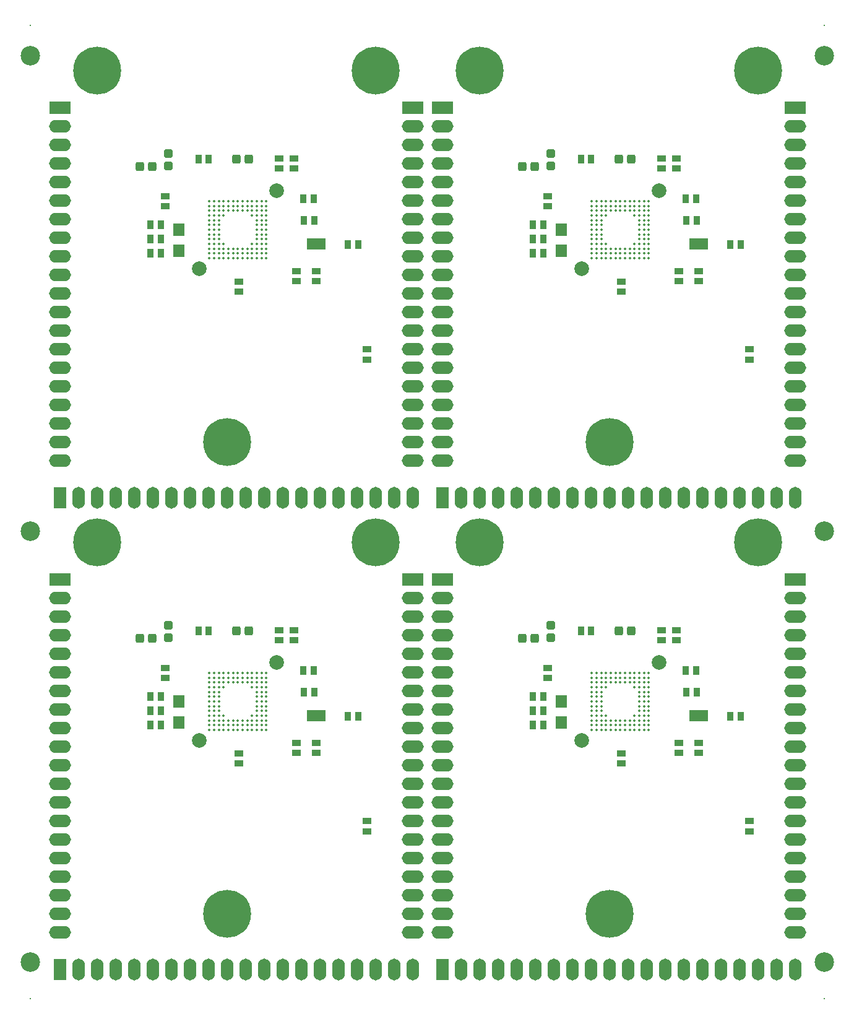
<source format=gts>
G04*
G04 #@! TF.GenerationSoftware,Altium Limited,Altium Designer,19.1.5 (86)*
G04*
G04 Layer_Color=8388736*
%FSLAX25Y25*%
%MOIN*%
G70*
G01*
G75*
%ADD40R,0.10236X0.06299*%
%ADD41R,0.06299X0.07087*%
%ADD42C,0.10512*%
%ADD43R,0.04540X0.03753*%
%ADD44R,0.03753X0.04540*%
%ADD45R,0.03300X0.05800*%
%ADD46R,0.05800X0.03300*%
G04:AMPARAMS|DCode=47|XSize=47.37mil|YSize=43.43mil|CornerRadius=8.43mil|HoleSize=0mil|Usage=FLASHONLY|Rotation=0.000|XOffset=0mil|YOffset=0mil|HoleType=Round|Shape=RoundedRectangle|*
%AMROUNDEDRECTD47*
21,1,0.04737,0.02657,0,0,0.0*
21,1,0.03051,0.04343,0,0,0.0*
1,1,0.01686,0.01526,-0.01329*
1,1,0.01686,-0.01526,-0.01329*
1,1,0.01686,-0.01526,0.01329*
1,1,0.01686,0.01526,0.01329*
%
%ADD47ROUNDEDRECTD47*%
%ADD48C,0.07874*%
%ADD49C,0.01378*%
G04:AMPARAMS|DCode=50|XSize=47.37mil|YSize=43.43mil|CornerRadius=8.43mil|HoleSize=0mil|Usage=FLASHONLY|Rotation=90.000|XOffset=0mil|YOffset=0mil|HoleType=Round|Shape=RoundedRectangle|*
%AMROUNDEDRECTD50*
21,1,0.04737,0.02657,0,0,90.0*
21,1,0.03051,0.04343,0,0,90.0*
1,1,0.01686,0.01329,0.01526*
1,1,0.01686,0.01329,-0.01526*
1,1,0.01686,-0.01329,-0.01526*
1,1,0.01686,-0.01329,0.01526*
%
%ADD50ROUNDEDRECTD50*%
%ADD51C,0.00800*%
%ADD52C,0.25800*%
%ADD53R,0.11800X0.06800*%
%ADD54O,0.11800X0.06800*%
%ADD55R,0.06800X0.11800*%
%ADD56O,0.06800X0.11800*%
D40*
X146347Y144623D02*
D03*
X352347D02*
D03*
X146347Y398623D02*
D03*
X352347D02*
D03*
D41*
X72200Y152300D02*
D03*
Y140800D02*
D03*
X278200Y152300D02*
D03*
Y140800D02*
D03*
X72200Y406300D02*
D03*
Y394800D02*
D03*
X278200Y406300D02*
D03*
Y394800D02*
D03*
D42*
X-7874Y500000D02*
D03*
X419874D02*
D03*
X-7874Y244094D02*
D03*
X419874D02*
D03*
Y11811D02*
D03*
X-7874D02*
D03*
D43*
X64774Y170410D02*
D03*
Y164899D02*
D03*
X173700Y82344D02*
D03*
Y87856D02*
D03*
X104700Y118844D02*
D03*
Y124356D02*
D03*
X135500Y124449D02*
D03*
Y129961D02*
D03*
X146300Y124449D02*
D03*
Y129961D02*
D03*
X134154Y185244D02*
D03*
Y190756D02*
D03*
X126295Y185244D02*
D03*
Y190756D02*
D03*
X270774Y170410D02*
D03*
Y164899D02*
D03*
X379700Y82344D02*
D03*
Y87856D02*
D03*
X310700Y118844D02*
D03*
Y124356D02*
D03*
X341500Y124449D02*
D03*
Y129961D02*
D03*
X352300Y124449D02*
D03*
Y129961D02*
D03*
X340154Y185244D02*
D03*
Y190756D02*
D03*
X332295Y185244D02*
D03*
Y190756D02*
D03*
X64774Y424410D02*
D03*
Y418898D02*
D03*
X173700Y336344D02*
D03*
Y341856D02*
D03*
X104700Y372844D02*
D03*
Y378356D02*
D03*
X135500Y378449D02*
D03*
Y383961D02*
D03*
X146300Y378449D02*
D03*
Y383961D02*
D03*
X134154Y439244D02*
D03*
Y444756D02*
D03*
X126295Y439244D02*
D03*
Y444756D02*
D03*
X270774Y424410D02*
D03*
Y418898D02*
D03*
X379700Y336344D02*
D03*
Y341856D02*
D03*
X310700Y372844D02*
D03*
Y378356D02*
D03*
X341500Y378449D02*
D03*
Y383961D02*
D03*
X352300Y378449D02*
D03*
Y383961D02*
D03*
X340154Y439244D02*
D03*
Y444756D02*
D03*
X332295Y439244D02*
D03*
Y444756D02*
D03*
D44*
X168756Y144300D02*
D03*
X163244D02*
D03*
X139688Y157418D02*
D03*
X145200D02*
D03*
X144856Y169000D02*
D03*
X139344D02*
D03*
X56944Y147182D02*
D03*
X62456D02*
D03*
Y155000D02*
D03*
X56944D02*
D03*
Y139505D02*
D03*
X62456D02*
D03*
X88351Y190300D02*
D03*
X82839D02*
D03*
X374756Y144300D02*
D03*
X369244D02*
D03*
X345688Y157418D02*
D03*
X351200D02*
D03*
X350856Y169000D02*
D03*
X345344D02*
D03*
X262944Y147182D02*
D03*
X268456D02*
D03*
Y155000D02*
D03*
X262944D02*
D03*
Y139505D02*
D03*
X268456D02*
D03*
X294351Y190300D02*
D03*
X288839D02*
D03*
X168756Y398300D02*
D03*
X163244D02*
D03*
X139688Y411418D02*
D03*
X145200D02*
D03*
X144856Y423000D02*
D03*
X139344D02*
D03*
X56944Y401182D02*
D03*
X62456D02*
D03*
Y409000D02*
D03*
X56944D02*
D03*
Y393505D02*
D03*
X62456D02*
D03*
X88351Y444300D02*
D03*
X82839D02*
D03*
X374756Y398300D02*
D03*
X369244D02*
D03*
X345688Y411418D02*
D03*
X351200D02*
D03*
X350856Y423000D02*
D03*
X345344D02*
D03*
X262944Y401182D02*
D03*
X268456D02*
D03*
Y409000D02*
D03*
X262944D02*
D03*
Y393505D02*
D03*
X268456D02*
D03*
X294351Y444300D02*
D03*
X288839D02*
D03*
D45*
X143055Y144623D02*
D03*
X146300D02*
D03*
X149543D02*
D03*
X349056D02*
D03*
X352300D02*
D03*
X355543D02*
D03*
X143055Y398623D02*
D03*
X146300D02*
D03*
X149543D02*
D03*
X349056D02*
D03*
X352300D02*
D03*
X355543D02*
D03*
D46*
X72200Y150678D02*
D03*
Y153922D02*
D03*
Y142422D02*
D03*
Y139178D02*
D03*
X278200Y150678D02*
D03*
Y153922D02*
D03*
Y142422D02*
D03*
Y139178D02*
D03*
X72200Y404678D02*
D03*
Y407922D02*
D03*
Y396422D02*
D03*
Y393178D02*
D03*
X278200Y404678D02*
D03*
Y407922D02*
D03*
Y396422D02*
D03*
Y393178D02*
D03*
D47*
X66500Y186453D02*
D03*
Y193147D02*
D03*
X272500Y186453D02*
D03*
Y193147D02*
D03*
X66500Y440453D02*
D03*
Y447147D02*
D03*
X272500Y440453D02*
D03*
Y447147D02*
D03*
D48*
X83096Y131396D02*
D03*
X124904Y173204D02*
D03*
X289096Y131396D02*
D03*
X330904Y173204D02*
D03*
X83096Y385397D02*
D03*
X124904Y427204D02*
D03*
X289096Y385397D02*
D03*
X330904Y427204D02*
D03*
D49*
X93764Y154859D02*
D03*
X114236D02*
D03*
X88646Y167654D02*
D03*
Y165095D02*
D03*
Y162536D02*
D03*
Y159977D02*
D03*
Y157418D02*
D03*
Y154859D02*
D03*
Y152300D02*
D03*
Y149741D02*
D03*
Y147182D02*
D03*
Y144623D02*
D03*
Y142064D02*
D03*
Y139505D02*
D03*
Y136946D02*
D03*
X91205Y167654D02*
D03*
Y165095D02*
D03*
Y162536D02*
D03*
Y159977D02*
D03*
Y157418D02*
D03*
Y154859D02*
D03*
Y152300D02*
D03*
Y149741D02*
D03*
Y147182D02*
D03*
Y144623D02*
D03*
Y142064D02*
D03*
Y139505D02*
D03*
Y136946D02*
D03*
X93764Y167654D02*
D03*
Y165095D02*
D03*
Y162536D02*
D03*
Y159977D02*
D03*
Y157418D02*
D03*
Y152300D02*
D03*
Y149741D02*
D03*
Y147182D02*
D03*
Y144623D02*
D03*
Y142064D02*
D03*
Y139505D02*
D03*
Y136946D02*
D03*
X96323Y167654D02*
D03*
Y165095D02*
D03*
Y162536D02*
D03*
Y159977D02*
D03*
Y144623D02*
D03*
Y142064D02*
D03*
Y139505D02*
D03*
Y136946D02*
D03*
X98882Y167654D02*
D03*
Y165095D02*
D03*
Y162536D02*
D03*
Y142064D02*
D03*
Y139505D02*
D03*
Y136946D02*
D03*
X101441Y167654D02*
D03*
Y165095D02*
D03*
Y162536D02*
D03*
Y142064D02*
D03*
Y139505D02*
D03*
Y136946D02*
D03*
X104000Y167654D02*
D03*
Y165095D02*
D03*
Y162536D02*
D03*
Y142064D02*
D03*
Y139505D02*
D03*
Y136946D02*
D03*
X106559Y167654D02*
D03*
Y165095D02*
D03*
Y162536D02*
D03*
Y142064D02*
D03*
Y139505D02*
D03*
Y136946D02*
D03*
X109118Y167654D02*
D03*
Y165095D02*
D03*
Y162536D02*
D03*
Y142064D02*
D03*
Y139505D02*
D03*
Y136946D02*
D03*
X111677Y167654D02*
D03*
Y165095D02*
D03*
Y162536D02*
D03*
Y159977D02*
D03*
Y144623D02*
D03*
Y142064D02*
D03*
Y139505D02*
D03*
Y136946D02*
D03*
X114236Y167654D02*
D03*
Y165095D02*
D03*
Y162536D02*
D03*
Y159977D02*
D03*
Y157418D02*
D03*
Y152300D02*
D03*
Y149741D02*
D03*
Y147182D02*
D03*
Y144623D02*
D03*
Y142064D02*
D03*
Y139505D02*
D03*
Y136946D02*
D03*
X116795Y167654D02*
D03*
Y165095D02*
D03*
Y162536D02*
D03*
Y159977D02*
D03*
Y157418D02*
D03*
Y154859D02*
D03*
Y152300D02*
D03*
Y149741D02*
D03*
Y147182D02*
D03*
Y144623D02*
D03*
Y142064D02*
D03*
Y139505D02*
D03*
Y136946D02*
D03*
X119354Y167654D02*
D03*
Y165095D02*
D03*
Y162536D02*
D03*
Y159977D02*
D03*
Y157418D02*
D03*
Y154859D02*
D03*
Y152300D02*
D03*
Y149741D02*
D03*
Y147182D02*
D03*
Y144623D02*
D03*
Y142064D02*
D03*
Y139505D02*
D03*
Y136946D02*
D03*
X299764Y154859D02*
D03*
X320236D02*
D03*
X294646Y167654D02*
D03*
Y165095D02*
D03*
Y162536D02*
D03*
Y159977D02*
D03*
Y157418D02*
D03*
Y154859D02*
D03*
Y152300D02*
D03*
Y149741D02*
D03*
Y147182D02*
D03*
Y144623D02*
D03*
Y142064D02*
D03*
Y139505D02*
D03*
Y136946D02*
D03*
X297205Y167654D02*
D03*
Y165095D02*
D03*
Y162536D02*
D03*
Y159977D02*
D03*
Y157418D02*
D03*
Y154859D02*
D03*
Y152300D02*
D03*
Y149741D02*
D03*
Y147182D02*
D03*
Y144623D02*
D03*
Y142064D02*
D03*
Y139505D02*
D03*
Y136946D02*
D03*
X299764Y167654D02*
D03*
Y165095D02*
D03*
Y162536D02*
D03*
Y159977D02*
D03*
Y157418D02*
D03*
Y152300D02*
D03*
Y149741D02*
D03*
Y147182D02*
D03*
Y144623D02*
D03*
Y142064D02*
D03*
Y139505D02*
D03*
Y136946D02*
D03*
X302323Y167654D02*
D03*
Y165095D02*
D03*
Y162536D02*
D03*
Y159977D02*
D03*
Y144623D02*
D03*
Y142064D02*
D03*
Y139505D02*
D03*
Y136946D02*
D03*
X304882Y167654D02*
D03*
Y165095D02*
D03*
Y162536D02*
D03*
Y142064D02*
D03*
Y139505D02*
D03*
Y136946D02*
D03*
X307441Y167654D02*
D03*
Y165095D02*
D03*
Y162536D02*
D03*
Y142064D02*
D03*
Y139505D02*
D03*
Y136946D02*
D03*
X310000Y167654D02*
D03*
Y165095D02*
D03*
Y162536D02*
D03*
Y142064D02*
D03*
Y139505D02*
D03*
Y136946D02*
D03*
X312559Y167654D02*
D03*
Y165095D02*
D03*
Y162536D02*
D03*
Y142064D02*
D03*
Y139505D02*
D03*
Y136946D02*
D03*
X315118Y167654D02*
D03*
Y165095D02*
D03*
Y162536D02*
D03*
Y142064D02*
D03*
Y139505D02*
D03*
Y136946D02*
D03*
X317677Y167654D02*
D03*
Y165095D02*
D03*
Y162536D02*
D03*
Y159977D02*
D03*
Y144623D02*
D03*
Y142064D02*
D03*
Y139505D02*
D03*
Y136946D02*
D03*
X320236Y167654D02*
D03*
Y165095D02*
D03*
Y162536D02*
D03*
Y159977D02*
D03*
Y157418D02*
D03*
Y152300D02*
D03*
Y149741D02*
D03*
Y147182D02*
D03*
Y144623D02*
D03*
Y142064D02*
D03*
Y139505D02*
D03*
Y136946D02*
D03*
X322795Y167654D02*
D03*
Y165095D02*
D03*
Y162536D02*
D03*
Y159977D02*
D03*
Y157418D02*
D03*
Y154859D02*
D03*
Y152300D02*
D03*
Y149741D02*
D03*
Y147182D02*
D03*
Y144623D02*
D03*
Y142064D02*
D03*
Y139505D02*
D03*
Y136946D02*
D03*
X325354Y167654D02*
D03*
Y165095D02*
D03*
Y162536D02*
D03*
Y159977D02*
D03*
Y157418D02*
D03*
Y154859D02*
D03*
Y152300D02*
D03*
Y149741D02*
D03*
Y147182D02*
D03*
Y144623D02*
D03*
Y142064D02*
D03*
Y139505D02*
D03*
Y136946D02*
D03*
X93764Y408859D02*
D03*
X114236D02*
D03*
X88646Y421654D02*
D03*
Y419095D02*
D03*
Y416536D02*
D03*
Y413977D02*
D03*
Y411418D02*
D03*
Y408859D02*
D03*
Y406300D02*
D03*
Y403741D02*
D03*
Y401182D02*
D03*
Y398623D02*
D03*
Y396064D02*
D03*
Y393505D02*
D03*
Y390946D02*
D03*
X91205Y421654D02*
D03*
Y419095D02*
D03*
Y416536D02*
D03*
Y413977D02*
D03*
Y411418D02*
D03*
Y408859D02*
D03*
Y406300D02*
D03*
Y403741D02*
D03*
Y401182D02*
D03*
Y398623D02*
D03*
Y396064D02*
D03*
Y393505D02*
D03*
Y390946D02*
D03*
X93764Y421654D02*
D03*
Y419095D02*
D03*
Y416536D02*
D03*
Y413977D02*
D03*
Y411418D02*
D03*
Y406300D02*
D03*
Y403741D02*
D03*
Y401182D02*
D03*
Y398623D02*
D03*
Y396064D02*
D03*
Y393505D02*
D03*
Y390946D02*
D03*
X96323Y421654D02*
D03*
Y419095D02*
D03*
Y416536D02*
D03*
Y413977D02*
D03*
Y398623D02*
D03*
Y396064D02*
D03*
Y393505D02*
D03*
Y390946D02*
D03*
X98882Y421654D02*
D03*
Y419095D02*
D03*
Y416536D02*
D03*
Y396064D02*
D03*
Y393505D02*
D03*
Y390946D02*
D03*
X101441Y421654D02*
D03*
Y419095D02*
D03*
Y416536D02*
D03*
Y396064D02*
D03*
Y393505D02*
D03*
Y390946D02*
D03*
X104000Y421654D02*
D03*
Y419095D02*
D03*
Y416536D02*
D03*
Y396064D02*
D03*
Y393505D02*
D03*
Y390946D02*
D03*
X106559Y421654D02*
D03*
Y419095D02*
D03*
Y416536D02*
D03*
Y396064D02*
D03*
Y393505D02*
D03*
Y390946D02*
D03*
X109118Y421654D02*
D03*
Y419095D02*
D03*
Y416536D02*
D03*
Y396064D02*
D03*
Y393505D02*
D03*
Y390946D02*
D03*
X111677Y421654D02*
D03*
Y419095D02*
D03*
Y416536D02*
D03*
Y413977D02*
D03*
Y398623D02*
D03*
Y396064D02*
D03*
Y393505D02*
D03*
Y390946D02*
D03*
X114236Y421654D02*
D03*
Y419095D02*
D03*
Y416536D02*
D03*
Y413977D02*
D03*
Y411418D02*
D03*
Y406300D02*
D03*
Y403741D02*
D03*
Y401182D02*
D03*
Y398623D02*
D03*
Y396064D02*
D03*
Y393505D02*
D03*
Y390946D02*
D03*
X116795Y421654D02*
D03*
Y419095D02*
D03*
Y416536D02*
D03*
Y413977D02*
D03*
Y411418D02*
D03*
Y408859D02*
D03*
Y406300D02*
D03*
Y403741D02*
D03*
Y401182D02*
D03*
Y398623D02*
D03*
Y396064D02*
D03*
Y393505D02*
D03*
Y390946D02*
D03*
X119354Y421654D02*
D03*
Y419095D02*
D03*
Y416536D02*
D03*
Y413977D02*
D03*
Y411418D02*
D03*
Y408859D02*
D03*
Y406300D02*
D03*
Y403741D02*
D03*
Y401182D02*
D03*
Y398623D02*
D03*
Y396064D02*
D03*
Y393505D02*
D03*
Y390946D02*
D03*
X299764Y408859D02*
D03*
X320236D02*
D03*
X294646Y421654D02*
D03*
Y419095D02*
D03*
Y416536D02*
D03*
Y413977D02*
D03*
Y411418D02*
D03*
Y408859D02*
D03*
Y406300D02*
D03*
Y403741D02*
D03*
Y401182D02*
D03*
Y398623D02*
D03*
Y396064D02*
D03*
Y393505D02*
D03*
Y390946D02*
D03*
X297205Y421654D02*
D03*
Y419095D02*
D03*
Y416536D02*
D03*
Y413977D02*
D03*
Y411418D02*
D03*
Y408859D02*
D03*
Y406300D02*
D03*
Y403741D02*
D03*
Y401182D02*
D03*
Y398623D02*
D03*
Y396064D02*
D03*
Y393505D02*
D03*
Y390946D02*
D03*
X299764Y421654D02*
D03*
Y419095D02*
D03*
Y416536D02*
D03*
Y413977D02*
D03*
Y411418D02*
D03*
Y406300D02*
D03*
Y403741D02*
D03*
Y401182D02*
D03*
Y398623D02*
D03*
Y396064D02*
D03*
Y393505D02*
D03*
Y390946D02*
D03*
X302323Y421654D02*
D03*
Y419095D02*
D03*
Y416536D02*
D03*
Y413977D02*
D03*
Y398623D02*
D03*
Y396064D02*
D03*
Y393505D02*
D03*
Y390946D02*
D03*
X304882Y421654D02*
D03*
Y419095D02*
D03*
Y416536D02*
D03*
Y396064D02*
D03*
Y393505D02*
D03*
Y390946D02*
D03*
X307441Y421654D02*
D03*
Y419095D02*
D03*
Y416536D02*
D03*
Y396064D02*
D03*
Y393505D02*
D03*
Y390946D02*
D03*
X310000Y421654D02*
D03*
Y419095D02*
D03*
Y416536D02*
D03*
Y396064D02*
D03*
Y393505D02*
D03*
Y390946D02*
D03*
X312559Y421654D02*
D03*
Y419095D02*
D03*
Y416536D02*
D03*
Y396064D02*
D03*
Y393505D02*
D03*
Y390946D02*
D03*
X315118Y421654D02*
D03*
Y419095D02*
D03*
Y416536D02*
D03*
Y396064D02*
D03*
Y393505D02*
D03*
Y390946D02*
D03*
X317677Y421654D02*
D03*
Y419095D02*
D03*
Y416536D02*
D03*
Y413977D02*
D03*
Y398623D02*
D03*
Y396064D02*
D03*
Y393505D02*
D03*
Y390946D02*
D03*
X320236Y421654D02*
D03*
Y419095D02*
D03*
Y416536D02*
D03*
Y413977D02*
D03*
Y411418D02*
D03*
Y406300D02*
D03*
Y403741D02*
D03*
Y401182D02*
D03*
Y398623D02*
D03*
Y396064D02*
D03*
Y393505D02*
D03*
Y390946D02*
D03*
X322795Y421654D02*
D03*
Y419095D02*
D03*
Y416536D02*
D03*
Y413977D02*
D03*
Y411418D02*
D03*
Y408859D02*
D03*
Y406300D02*
D03*
Y403741D02*
D03*
Y401182D02*
D03*
Y398623D02*
D03*
Y396064D02*
D03*
Y393505D02*
D03*
Y390946D02*
D03*
X325354Y421654D02*
D03*
Y419095D02*
D03*
Y416536D02*
D03*
Y413977D02*
D03*
Y411418D02*
D03*
Y408859D02*
D03*
Y406300D02*
D03*
Y403741D02*
D03*
Y401182D02*
D03*
Y398623D02*
D03*
Y396064D02*
D03*
Y393505D02*
D03*
Y390946D02*
D03*
D50*
X103354Y190300D02*
D03*
X110047D02*
D03*
X51354Y186200D02*
D03*
X58047D02*
D03*
X309353Y190300D02*
D03*
X316047D02*
D03*
X257353Y186200D02*
D03*
X264047D02*
D03*
X103354Y444300D02*
D03*
X110047D02*
D03*
X51354Y440200D02*
D03*
X58047D02*
D03*
X309353Y444300D02*
D03*
X316047D02*
D03*
X257353Y440200D02*
D03*
X264047D02*
D03*
D51*
X-7874Y516374D02*
D03*
X-7874Y-7874D02*
D03*
X419874D02*
D03*
Y516374D02*
D03*
D52*
X98200Y38000D02*
D03*
X28200Y238000D02*
D03*
X178200D02*
D03*
X304200Y38000D02*
D03*
X234200Y238000D02*
D03*
X384200D02*
D03*
X98200Y292000D02*
D03*
X28200Y492000D02*
D03*
X178200D02*
D03*
X304200Y292000D02*
D03*
X234200Y492000D02*
D03*
X384200D02*
D03*
D53*
X8200Y218000D02*
D03*
X198200D02*
D03*
X214200D02*
D03*
X404200D02*
D03*
X8200Y472000D02*
D03*
X198200D02*
D03*
X214200D02*
D03*
X404200D02*
D03*
D54*
X8200Y208000D02*
D03*
Y198000D02*
D03*
Y188000D02*
D03*
Y178000D02*
D03*
Y168000D02*
D03*
Y158000D02*
D03*
Y148000D02*
D03*
Y138000D02*
D03*
Y128000D02*
D03*
Y118000D02*
D03*
Y108000D02*
D03*
Y98000D02*
D03*
Y88000D02*
D03*
Y78000D02*
D03*
Y68000D02*
D03*
Y58000D02*
D03*
Y48000D02*
D03*
Y38000D02*
D03*
Y28000D02*
D03*
X198200Y208000D02*
D03*
Y198000D02*
D03*
Y188000D02*
D03*
Y178000D02*
D03*
Y168000D02*
D03*
Y158000D02*
D03*
Y148000D02*
D03*
Y138000D02*
D03*
Y128000D02*
D03*
Y118000D02*
D03*
Y108000D02*
D03*
Y98000D02*
D03*
Y88000D02*
D03*
Y78000D02*
D03*
Y68000D02*
D03*
Y58000D02*
D03*
Y48000D02*
D03*
Y38000D02*
D03*
Y28000D02*
D03*
X214200Y208000D02*
D03*
Y198000D02*
D03*
Y188000D02*
D03*
Y178000D02*
D03*
Y168000D02*
D03*
Y158000D02*
D03*
Y148000D02*
D03*
Y138000D02*
D03*
Y128000D02*
D03*
Y118000D02*
D03*
Y108000D02*
D03*
Y98000D02*
D03*
Y88000D02*
D03*
Y78000D02*
D03*
Y68000D02*
D03*
Y58000D02*
D03*
Y48000D02*
D03*
Y38000D02*
D03*
Y28000D02*
D03*
X404200Y208000D02*
D03*
Y198000D02*
D03*
Y188000D02*
D03*
Y178000D02*
D03*
Y168000D02*
D03*
Y158000D02*
D03*
Y148000D02*
D03*
Y138000D02*
D03*
Y128000D02*
D03*
Y118000D02*
D03*
Y108000D02*
D03*
Y98000D02*
D03*
Y88000D02*
D03*
Y78000D02*
D03*
Y68000D02*
D03*
Y58000D02*
D03*
Y48000D02*
D03*
Y38000D02*
D03*
Y28000D02*
D03*
X8200Y462000D02*
D03*
Y452000D02*
D03*
Y442000D02*
D03*
Y432000D02*
D03*
Y422000D02*
D03*
Y412000D02*
D03*
Y402000D02*
D03*
Y392000D02*
D03*
Y382000D02*
D03*
Y372000D02*
D03*
Y362000D02*
D03*
Y352000D02*
D03*
Y342000D02*
D03*
Y332000D02*
D03*
Y322000D02*
D03*
Y312000D02*
D03*
Y302000D02*
D03*
Y292000D02*
D03*
Y282000D02*
D03*
X198200Y462000D02*
D03*
Y452000D02*
D03*
Y442000D02*
D03*
Y432000D02*
D03*
Y422000D02*
D03*
Y412000D02*
D03*
Y402000D02*
D03*
Y392000D02*
D03*
Y382000D02*
D03*
Y372000D02*
D03*
Y362000D02*
D03*
Y352000D02*
D03*
Y342000D02*
D03*
Y332000D02*
D03*
Y322000D02*
D03*
Y312000D02*
D03*
Y302000D02*
D03*
Y292000D02*
D03*
Y282000D02*
D03*
X214200Y462000D02*
D03*
Y452000D02*
D03*
Y442000D02*
D03*
Y432000D02*
D03*
Y422000D02*
D03*
Y412000D02*
D03*
Y402000D02*
D03*
Y392000D02*
D03*
Y382000D02*
D03*
Y372000D02*
D03*
Y362000D02*
D03*
Y352000D02*
D03*
Y342000D02*
D03*
Y332000D02*
D03*
Y322000D02*
D03*
Y312000D02*
D03*
Y302000D02*
D03*
Y292000D02*
D03*
Y282000D02*
D03*
X404200Y462000D02*
D03*
Y452000D02*
D03*
Y442000D02*
D03*
Y432000D02*
D03*
Y422000D02*
D03*
Y412000D02*
D03*
Y402000D02*
D03*
Y392000D02*
D03*
Y382000D02*
D03*
Y372000D02*
D03*
Y362000D02*
D03*
Y352000D02*
D03*
Y342000D02*
D03*
Y332000D02*
D03*
Y322000D02*
D03*
Y312000D02*
D03*
Y302000D02*
D03*
Y292000D02*
D03*
Y282000D02*
D03*
D55*
X8200Y8000D02*
D03*
X214200D02*
D03*
X8200Y262000D02*
D03*
X214200D02*
D03*
D56*
X18200Y8000D02*
D03*
X28200D02*
D03*
X38200D02*
D03*
X48200D02*
D03*
X58200D02*
D03*
X68200D02*
D03*
X78200D02*
D03*
X88200D02*
D03*
X98200D02*
D03*
X108200D02*
D03*
X118200D02*
D03*
X128200D02*
D03*
X138200D02*
D03*
X148200D02*
D03*
X158200D02*
D03*
X168200D02*
D03*
X178200D02*
D03*
X188200D02*
D03*
X198200D02*
D03*
X224200D02*
D03*
X234200D02*
D03*
X244200D02*
D03*
X254200D02*
D03*
X264200D02*
D03*
X274200D02*
D03*
X284200D02*
D03*
X294200D02*
D03*
X304200D02*
D03*
X314200D02*
D03*
X324200D02*
D03*
X334200D02*
D03*
X344200D02*
D03*
X354200D02*
D03*
X364200D02*
D03*
X374200D02*
D03*
X384200D02*
D03*
X394200D02*
D03*
X404200D02*
D03*
X18200Y262000D02*
D03*
X28200D02*
D03*
X38200D02*
D03*
X48200D02*
D03*
X58200D02*
D03*
X68200D02*
D03*
X78200D02*
D03*
X88200D02*
D03*
X98200D02*
D03*
X108200D02*
D03*
X118200D02*
D03*
X128200D02*
D03*
X138200D02*
D03*
X148200D02*
D03*
X158200D02*
D03*
X168200D02*
D03*
X178200D02*
D03*
X188200D02*
D03*
X198200D02*
D03*
X224200D02*
D03*
X234200D02*
D03*
X244200D02*
D03*
X254200D02*
D03*
X264200D02*
D03*
X274200D02*
D03*
X284200D02*
D03*
X294200D02*
D03*
X304200D02*
D03*
X314200D02*
D03*
X324200D02*
D03*
X334200D02*
D03*
X344200D02*
D03*
X354200D02*
D03*
X364200D02*
D03*
X374200D02*
D03*
X384200D02*
D03*
X394200D02*
D03*
X404200D02*
D03*
M02*

</source>
